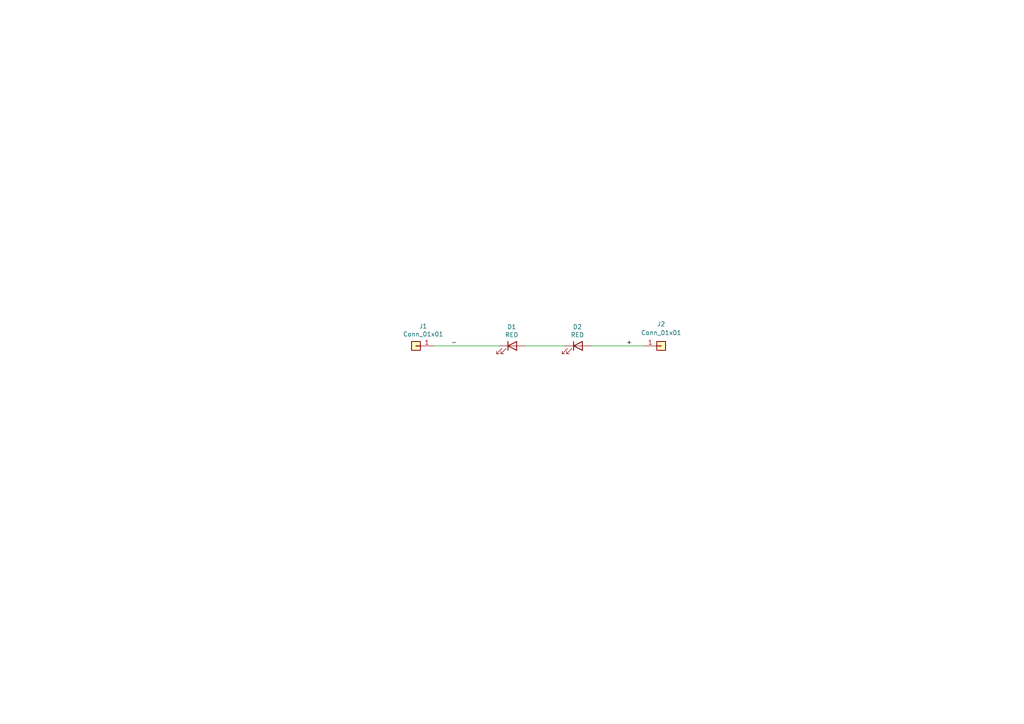
<source format=kicad_sch>
(kicad_sch (version 20211123) (generator eeschema)
  (paper "A4")
  (title_block (title "Osvětlení vozů Balm MTB model - čelní deska") (date "2022-01-13") (rev "1.0") (company "Model Railroader Club Brno I – KMŽ Brno I – https://kmz-brno.cz/") (comment 1 "Jan Horáček") (comment 2 "https://github.com/kmzbrnoI/") (comment 3 "https://creativecommons.org/licenses/by-sa/4.0/") (comment 4 "Released under the Creative Commons Attribution-ShareAlike 4.0 License"))
  (lib_symbols
    (symbol "Connector_Generic:Conn_01x01" (pin_names (offset 1.016) hide)
      (property "Reference" "J" (at 0 2.54 0))
      (property "Value" "Conn_01x01" (at 0 -2.54 0))
      (symbol "Conn_01x01_1_1"
        (rectangle (start -1.27 0.127) (end 0 -0.127) (stroke (width 0.1524)))
        (rectangle (start -1.27 1.27) (end 1.27 -1.27) (stroke (width 0.254)) (fill (type background)))
        (pin passive line (at -5.08 0 0) (length 3.81) (name "Pin_1") (number "1"))
      )
    )
    (symbol "Device:LED" (pin_numbers hide) (pin_names (offset 1.016) hide)
      (property "Reference" "D" (at 0 2.54 0))
      (property "Value" "LED" (at 0 -2.54 0))
      (symbol "LED_0_1"
        (polyline (pts (xy -1.27 -1.27) (xy -1.27 1.27)) (stroke (width 0.254)))
        (polyline (pts (xy -1.27 0) (xy 1.27 0)))
        (polyline (pts (xy 1.27 -1.27) (xy 1.27 1.27) (xy -1.27 0) (xy 1.27 -1.27)) (stroke (width 0.254)))
        (polyline (pts (xy -3.048 -0.762) (xy -4.572 -2.286) (xy -3.81 -2.286) (xy -4.572 -2.286) (xy -4.572 -1.524)))
        (polyline (pts (xy -1.778 -0.762) (xy -3.302 -2.286) (xy -2.54 -2.286) (xy -3.302 -2.286) (xy -3.302 -1.524)))
      )
      (symbol "LED_1_1"
        (pin passive line (at -3.81 0 0) (length 2.54) (name "K") (number "1"))
        (pin passive line (at 3.81 0 180) (length 2.54) (name "A") (number "2"))
      )
    )
  )
  (wire (pts (xy 125.73 100.33) (xy 144.78 100.33)))
  (wire (pts (xy 152.4 100.33) (xy 163.83 100.33)))
  (wire (pts (xy 171.45 100.33) (xy 186.69 100.33)))
  (label "-" (at 130.81 100.33 0))
  (label "+" (at 181.61 100.33 0))
  (symbol (lib_id "Device:LED") (at 167.64 100.33 0) (unit 1)
    (property "Reference" "D2" (at 167.4622 94.8182 0))
    (property "Value" "RED" (at 167.4622 97.1296 0))
    (property "Footprint" "LED_SMD:LED_0805_2012Metric_Pad1.15x1.40mm_HandSolder" (effects hide))
  )
  (symbol (lib_id "Device:LED") (at 148.59 100.33 0) (unit 1)
    (property "Reference" "D1" (at 148.4122 94.8182 0))
    (property "Value" "RED" (at 148.4122 97.1296 0))
    (property "Footprint" "LED_SMD:LED_0805_2012Metric_Pad1.15x1.40mm_HandSolder" (effects hide))
  )
  (symbol (lib_id "Connector_Generic:Conn_01x01") (at 120.65 100.33 180) (unit 1)
    (property "Reference" "J1" (at 122.7328 94.615 0))
    (property "Value" "Conn_01x01" (at 122.7328 96.9264 0))
    (property "Footprint" "TestPoint:TestPoint_THTPad_D1.5mm_Drill0.7mm" (effects hide))
  )
  (symbol (lib_id "Connector_Generic:Conn_01x01") (at 191.77 100.33 0) (mirror x) (unit 1)
    (property "Reference" "J2" (at 191.77 93.98 0))
    (property "Value" "Conn_01x01" (at 191.77 96.52 0))
    (property "Footprint" "TestPoint:TestPoint_THTPad_D1.5mm_Drill0.7mm" (effects hide))
  )
)
</source>
